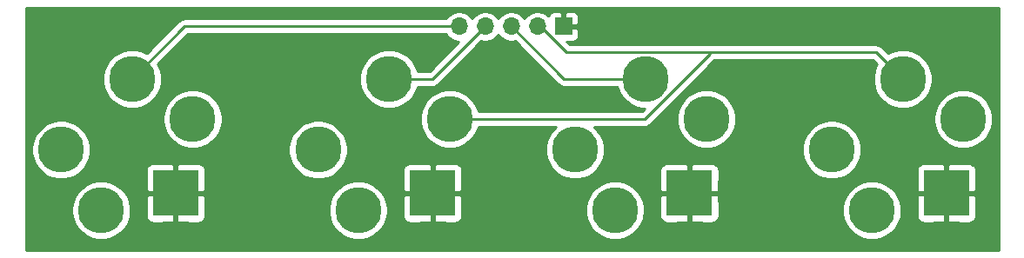
<source format=gbr>
G04 #@! TF.GenerationSoftware,KiCad,Pcbnew,5.1.6-c6e7f7d~87~ubuntu20.04.1*
G04 #@! TF.CreationDate,2020-10-18T21:18:21-04:00*
G04 #@! TF.ProjectId,jackboard4,6a61636b-626f-4617-9264-342e6b696361,rev?*
G04 #@! TF.SameCoordinates,Original*
G04 #@! TF.FileFunction,Copper,L1,Top*
G04 #@! TF.FilePolarity,Positive*
%FSLAX46Y46*%
G04 Gerber Fmt 4.6, Leading zero omitted, Abs format (unit mm)*
G04 Created by KiCad (PCBNEW 5.1.6-c6e7f7d~87~ubuntu20.04.1) date 2020-10-18 21:18:21*
%MOMM*%
%LPD*%
G01*
G04 APERTURE LIST*
G04 #@! TA.AperFunction,ComponentPad*
%ADD10C,4.500001*%
G04 #@! TD*
G04 #@! TA.AperFunction,ComponentPad*
%ADD11C,4.500000*%
G04 #@! TD*
G04 #@! TA.AperFunction,ComponentPad*
%ADD12R,4.500001X4.500001*%
G04 #@! TD*
G04 #@! TA.AperFunction,ComponentPad*
%ADD13O,1.700000X1.700000*%
G04 #@! TD*
G04 #@! TA.AperFunction,ComponentPad*
%ADD14R,1.700000X1.700000*%
G04 #@! TD*
G04 #@! TA.AperFunction,Conductor*
%ADD15C,0.250000*%
G04 #@! TD*
G04 #@! TA.AperFunction,Conductor*
%ADD16C,0.254000*%
G04 #@! TD*
G04 APERTURE END LIST*
D10*
X215010000Y-201410000D03*
D11*
X223910000Y-192510000D03*
D10*
X211110000Y-195510000D03*
D12*
X222250000Y-199750000D03*
D11*
X218010000Y-188610000D03*
D10*
X240010000Y-201410000D03*
D11*
X248910000Y-192510000D03*
D10*
X236110000Y-195510000D03*
D12*
X247250000Y-199750000D03*
D11*
X243010000Y-188610000D03*
D10*
X190010000Y-201410000D03*
D11*
X198910000Y-192510000D03*
D10*
X186110000Y-195510000D03*
D12*
X197250000Y-199750000D03*
D11*
X193010000Y-188610000D03*
D10*
X165010000Y-201410000D03*
D11*
X173910000Y-192510000D03*
D10*
X161110000Y-195510000D03*
D12*
X172250000Y-199750000D03*
D11*
X168010000Y-188610000D03*
D13*
X199840000Y-183500000D03*
X202380000Y-183500000D03*
X204920000Y-183500000D03*
X207460000Y-183500000D03*
D14*
X210000000Y-183500000D03*
D15*
X210030000Y-188610000D02*
X204920000Y-183500000D01*
X218010000Y-188610000D02*
X210030000Y-188610000D01*
X173120000Y-183500000D02*
X199840000Y-183500000D01*
X168010000Y-188610000D02*
X173120000Y-183500000D01*
X207750000Y-183500000D02*
X207460000Y-183500000D01*
X210284999Y-186034999D02*
X207750000Y-183500000D01*
X243010000Y-188610000D02*
X240434999Y-186034999D01*
X240434999Y-186034999D02*
X224284999Y-186034999D01*
X198910000Y-192510000D02*
X217921002Y-192510000D01*
X224284999Y-186146003D02*
X224284999Y-186034999D01*
X224284999Y-186034999D02*
X210284999Y-186034999D01*
X217921002Y-192510000D02*
X224284999Y-186146003D01*
X197270000Y-188610000D02*
X202380000Y-183500000D01*
X193010000Y-188610000D02*
X197270000Y-188610000D01*
D16*
G36*
X252340001Y-205340000D02*
G01*
X157660000Y-205340000D01*
X157660000Y-201125852D01*
X162125000Y-201125852D01*
X162125000Y-201694148D01*
X162235869Y-202251523D01*
X162453346Y-202776560D01*
X162769074Y-203249080D01*
X163170920Y-203650926D01*
X163643440Y-203966654D01*
X164168477Y-204184131D01*
X164725852Y-204295000D01*
X165294148Y-204295000D01*
X165851523Y-204184131D01*
X166376560Y-203966654D01*
X166849080Y-203650926D01*
X167250926Y-203249080D01*
X167566654Y-202776560D01*
X167784131Y-202251523D01*
X167834162Y-202000000D01*
X169361928Y-202000000D01*
X169374188Y-202124482D01*
X169410498Y-202244180D01*
X169469463Y-202354494D01*
X169548815Y-202451185D01*
X169645506Y-202530537D01*
X169755820Y-202589502D01*
X169875518Y-202625812D01*
X170000000Y-202638072D01*
X171964250Y-202635000D01*
X172123000Y-202476250D01*
X172123000Y-199877000D01*
X172377000Y-199877000D01*
X172377000Y-202476250D01*
X172535750Y-202635000D01*
X174500000Y-202638072D01*
X174624482Y-202625812D01*
X174744180Y-202589502D01*
X174854494Y-202530537D01*
X174951185Y-202451185D01*
X175030537Y-202354494D01*
X175089502Y-202244180D01*
X175125812Y-202124482D01*
X175138072Y-202000000D01*
X175136705Y-201125852D01*
X187125000Y-201125852D01*
X187125000Y-201694148D01*
X187235869Y-202251523D01*
X187453346Y-202776560D01*
X187769074Y-203249080D01*
X188170920Y-203650926D01*
X188643440Y-203966654D01*
X189168477Y-204184131D01*
X189725852Y-204295000D01*
X190294148Y-204295000D01*
X190851523Y-204184131D01*
X191376560Y-203966654D01*
X191849080Y-203650926D01*
X192250926Y-203249080D01*
X192566654Y-202776560D01*
X192784131Y-202251523D01*
X192834162Y-202000000D01*
X194361928Y-202000000D01*
X194374188Y-202124482D01*
X194410498Y-202244180D01*
X194469463Y-202354494D01*
X194548815Y-202451185D01*
X194645506Y-202530537D01*
X194755820Y-202589502D01*
X194875518Y-202625812D01*
X195000000Y-202638072D01*
X196964250Y-202635000D01*
X197123000Y-202476250D01*
X197123000Y-199877000D01*
X197377000Y-199877000D01*
X197377000Y-202476250D01*
X197535750Y-202635000D01*
X199500000Y-202638072D01*
X199624482Y-202625812D01*
X199744180Y-202589502D01*
X199854494Y-202530537D01*
X199951185Y-202451185D01*
X200030537Y-202354494D01*
X200089502Y-202244180D01*
X200125812Y-202124482D01*
X200138072Y-202000000D01*
X200136705Y-201125852D01*
X212125000Y-201125852D01*
X212125000Y-201694148D01*
X212235869Y-202251523D01*
X212453346Y-202776560D01*
X212769074Y-203249080D01*
X213170920Y-203650926D01*
X213643440Y-203966654D01*
X214168477Y-204184131D01*
X214725852Y-204295000D01*
X215294148Y-204295000D01*
X215851523Y-204184131D01*
X216376560Y-203966654D01*
X216849080Y-203650926D01*
X217250926Y-203249080D01*
X217566654Y-202776560D01*
X217784131Y-202251523D01*
X217834162Y-202000000D01*
X219361928Y-202000000D01*
X219374188Y-202124482D01*
X219410498Y-202244180D01*
X219469463Y-202354494D01*
X219548815Y-202451185D01*
X219645506Y-202530537D01*
X219755820Y-202589502D01*
X219875518Y-202625812D01*
X220000000Y-202638072D01*
X221964250Y-202635000D01*
X222123000Y-202476250D01*
X222123000Y-199877000D01*
X222377000Y-199877000D01*
X222377000Y-202476250D01*
X222535750Y-202635000D01*
X224500000Y-202638072D01*
X224624482Y-202625812D01*
X224744180Y-202589502D01*
X224854494Y-202530537D01*
X224951185Y-202451185D01*
X225030537Y-202354494D01*
X225089502Y-202244180D01*
X225125812Y-202124482D01*
X225138072Y-202000000D01*
X225136705Y-201125852D01*
X237125000Y-201125852D01*
X237125000Y-201694148D01*
X237235869Y-202251523D01*
X237453346Y-202776560D01*
X237769074Y-203249080D01*
X238170920Y-203650926D01*
X238643440Y-203966654D01*
X239168477Y-204184131D01*
X239725852Y-204295000D01*
X240294148Y-204295000D01*
X240851523Y-204184131D01*
X241376560Y-203966654D01*
X241849080Y-203650926D01*
X242250926Y-203249080D01*
X242566654Y-202776560D01*
X242784131Y-202251523D01*
X242834162Y-202000000D01*
X244361928Y-202000000D01*
X244374188Y-202124482D01*
X244410498Y-202244180D01*
X244469463Y-202354494D01*
X244548815Y-202451185D01*
X244645506Y-202530537D01*
X244755820Y-202589502D01*
X244875518Y-202625812D01*
X245000000Y-202638072D01*
X246964250Y-202635000D01*
X247123000Y-202476250D01*
X247123000Y-199877000D01*
X247377000Y-199877000D01*
X247377000Y-202476250D01*
X247535750Y-202635000D01*
X249500000Y-202638072D01*
X249624482Y-202625812D01*
X249744180Y-202589502D01*
X249854494Y-202530537D01*
X249951185Y-202451185D01*
X250030537Y-202354494D01*
X250089502Y-202244180D01*
X250125812Y-202124482D01*
X250138072Y-202000000D01*
X250135000Y-200035750D01*
X249976250Y-199877000D01*
X247377000Y-199877000D01*
X247123000Y-199877000D01*
X244523750Y-199877000D01*
X244365000Y-200035750D01*
X244361928Y-202000000D01*
X242834162Y-202000000D01*
X242895000Y-201694148D01*
X242895000Y-201125852D01*
X242784131Y-200568477D01*
X242566654Y-200043440D01*
X242250926Y-199570920D01*
X241849080Y-199169074D01*
X241376560Y-198853346D01*
X240851523Y-198635869D01*
X240294148Y-198525000D01*
X239725852Y-198525000D01*
X239168477Y-198635869D01*
X238643440Y-198853346D01*
X238170920Y-199169074D01*
X237769074Y-199570920D01*
X237453346Y-200043440D01*
X237235869Y-200568477D01*
X237125000Y-201125852D01*
X225136705Y-201125852D01*
X225135000Y-200035750D01*
X224976250Y-199877000D01*
X222377000Y-199877000D01*
X222123000Y-199877000D01*
X219523750Y-199877000D01*
X219365000Y-200035750D01*
X219361928Y-202000000D01*
X217834162Y-202000000D01*
X217895000Y-201694148D01*
X217895000Y-201125852D01*
X217784131Y-200568477D01*
X217566654Y-200043440D01*
X217250926Y-199570920D01*
X216849080Y-199169074D01*
X216376560Y-198853346D01*
X215851523Y-198635869D01*
X215294148Y-198525000D01*
X214725852Y-198525000D01*
X214168477Y-198635869D01*
X213643440Y-198853346D01*
X213170920Y-199169074D01*
X212769074Y-199570920D01*
X212453346Y-200043440D01*
X212235869Y-200568477D01*
X212125000Y-201125852D01*
X200136705Y-201125852D01*
X200135000Y-200035750D01*
X199976250Y-199877000D01*
X197377000Y-199877000D01*
X197123000Y-199877000D01*
X194523750Y-199877000D01*
X194365000Y-200035750D01*
X194361928Y-202000000D01*
X192834162Y-202000000D01*
X192895000Y-201694148D01*
X192895000Y-201125852D01*
X192784131Y-200568477D01*
X192566654Y-200043440D01*
X192250926Y-199570920D01*
X191849080Y-199169074D01*
X191376560Y-198853346D01*
X190851523Y-198635869D01*
X190294148Y-198525000D01*
X189725852Y-198525000D01*
X189168477Y-198635869D01*
X188643440Y-198853346D01*
X188170920Y-199169074D01*
X187769074Y-199570920D01*
X187453346Y-200043440D01*
X187235869Y-200568477D01*
X187125000Y-201125852D01*
X175136705Y-201125852D01*
X175135000Y-200035750D01*
X174976250Y-199877000D01*
X172377000Y-199877000D01*
X172123000Y-199877000D01*
X169523750Y-199877000D01*
X169365000Y-200035750D01*
X169361928Y-202000000D01*
X167834162Y-202000000D01*
X167895000Y-201694148D01*
X167895000Y-201125852D01*
X167784131Y-200568477D01*
X167566654Y-200043440D01*
X167250926Y-199570920D01*
X166849080Y-199169074D01*
X166376560Y-198853346D01*
X165851523Y-198635869D01*
X165294148Y-198525000D01*
X164725852Y-198525000D01*
X164168477Y-198635869D01*
X163643440Y-198853346D01*
X163170920Y-199169074D01*
X162769074Y-199570920D01*
X162453346Y-200043440D01*
X162235869Y-200568477D01*
X162125000Y-201125852D01*
X157660000Y-201125852D01*
X157660000Y-195225852D01*
X158225000Y-195225852D01*
X158225000Y-195794148D01*
X158335869Y-196351523D01*
X158553346Y-196876560D01*
X158869074Y-197349080D01*
X159270920Y-197750926D01*
X159743440Y-198066654D01*
X160268477Y-198284131D01*
X160825852Y-198395000D01*
X161394148Y-198395000D01*
X161951523Y-198284131D01*
X162476560Y-198066654D01*
X162949080Y-197750926D01*
X163200006Y-197500000D01*
X169361928Y-197500000D01*
X169365000Y-199464250D01*
X169523750Y-199623000D01*
X172123000Y-199623000D01*
X172123000Y-197023750D01*
X172377000Y-197023750D01*
X172377000Y-199623000D01*
X174976250Y-199623000D01*
X175135000Y-199464250D01*
X175138072Y-197500000D01*
X175125812Y-197375518D01*
X175089502Y-197255820D01*
X175030537Y-197145506D01*
X174951185Y-197048815D01*
X174854494Y-196969463D01*
X174744180Y-196910498D01*
X174624482Y-196874188D01*
X174500000Y-196861928D01*
X172535750Y-196865000D01*
X172377000Y-197023750D01*
X172123000Y-197023750D01*
X171964250Y-196865000D01*
X170000000Y-196861928D01*
X169875518Y-196874188D01*
X169755820Y-196910498D01*
X169645506Y-196969463D01*
X169548815Y-197048815D01*
X169469463Y-197145506D01*
X169410498Y-197255820D01*
X169374188Y-197375518D01*
X169361928Y-197500000D01*
X163200006Y-197500000D01*
X163350926Y-197349080D01*
X163666654Y-196876560D01*
X163884131Y-196351523D01*
X163995000Y-195794148D01*
X163995000Y-195225852D01*
X163884131Y-194668477D01*
X163666654Y-194143440D01*
X163350926Y-193670920D01*
X162949080Y-193269074D01*
X162476560Y-192953346D01*
X161951523Y-192735869D01*
X161394148Y-192625000D01*
X160825852Y-192625000D01*
X160268477Y-192735869D01*
X159743440Y-192953346D01*
X159270920Y-193269074D01*
X158869074Y-193670920D01*
X158553346Y-194143440D01*
X158335869Y-194668477D01*
X158225000Y-195225852D01*
X157660000Y-195225852D01*
X157660000Y-192225852D01*
X171025000Y-192225852D01*
X171025000Y-192794148D01*
X171135869Y-193351523D01*
X171353346Y-193876560D01*
X171669074Y-194349080D01*
X172070920Y-194750926D01*
X172543440Y-195066654D01*
X173068477Y-195284131D01*
X173625852Y-195395000D01*
X174194148Y-195395000D01*
X174751523Y-195284131D01*
X174892221Y-195225852D01*
X183225000Y-195225852D01*
X183225000Y-195794148D01*
X183335869Y-196351523D01*
X183553346Y-196876560D01*
X183869074Y-197349080D01*
X184270920Y-197750926D01*
X184743440Y-198066654D01*
X185268477Y-198284131D01*
X185825852Y-198395000D01*
X186394148Y-198395000D01*
X186951523Y-198284131D01*
X187476560Y-198066654D01*
X187949080Y-197750926D01*
X188200006Y-197500000D01*
X194361928Y-197500000D01*
X194365000Y-199464250D01*
X194523750Y-199623000D01*
X197123000Y-199623000D01*
X197123000Y-197023750D01*
X197377000Y-197023750D01*
X197377000Y-199623000D01*
X199976250Y-199623000D01*
X200135000Y-199464250D01*
X200138072Y-197500000D01*
X200125812Y-197375518D01*
X200089502Y-197255820D01*
X200030537Y-197145506D01*
X199951185Y-197048815D01*
X199854494Y-196969463D01*
X199744180Y-196910498D01*
X199624482Y-196874188D01*
X199500000Y-196861928D01*
X197535750Y-196865000D01*
X197377000Y-197023750D01*
X197123000Y-197023750D01*
X196964250Y-196865000D01*
X195000000Y-196861928D01*
X194875518Y-196874188D01*
X194755820Y-196910498D01*
X194645506Y-196969463D01*
X194548815Y-197048815D01*
X194469463Y-197145506D01*
X194410498Y-197255820D01*
X194374188Y-197375518D01*
X194361928Y-197500000D01*
X188200006Y-197500000D01*
X188350926Y-197349080D01*
X188666654Y-196876560D01*
X188884131Y-196351523D01*
X188995000Y-195794148D01*
X188995000Y-195225852D01*
X188884131Y-194668477D01*
X188666654Y-194143440D01*
X188350926Y-193670920D01*
X187949080Y-193269074D01*
X187476560Y-192953346D01*
X186951523Y-192735869D01*
X186394148Y-192625000D01*
X185825852Y-192625000D01*
X185268477Y-192735869D01*
X184743440Y-192953346D01*
X184270920Y-193269074D01*
X183869074Y-193670920D01*
X183553346Y-194143440D01*
X183335869Y-194668477D01*
X183225000Y-195225852D01*
X174892221Y-195225852D01*
X175276560Y-195066654D01*
X175749080Y-194750926D01*
X176150926Y-194349080D01*
X176466654Y-193876560D01*
X176684131Y-193351523D01*
X176795000Y-192794148D01*
X176795000Y-192225852D01*
X176684131Y-191668477D01*
X176466654Y-191143440D01*
X176150926Y-190670920D01*
X175749080Y-190269074D01*
X175276560Y-189953346D01*
X174751523Y-189735869D01*
X174194148Y-189625000D01*
X173625852Y-189625000D01*
X173068477Y-189735869D01*
X172543440Y-189953346D01*
X172070920Y-190269074D01*
X171669074Y-190670920D01*
X171353346Y-191143440D01*
X171135869Y-191668477D01*
X171025000Y-192225852D01*
X157660000Y-192225852D01*
X157660000Y-188325852D01*
X165125000Y-188325852D01*
X165125000Y-188894148D01*
X165235869Y-189451523D01*
X165453346Y-189976560D01*
X165769074Y-190449080D01*
X166170920Y-190850926D01*
X166643440Y-191166654D01*
X167168477Y-191384131D01*
X167725852Y-191495000D01*
X168294148Y-191495000D01*
X168851523Y-191384131D01*
X169376560Y-191166654D01*
X169849080Y-190850926D01*
X170250926Y-190449080D01*
X170566654Y-189976560D01*
X170784131Y-189451523D01*
X170895000Y-188894148D01*
X170895000Y-188325852D01*
X170784131Y-187768477D01*
X170566654Y-187243440D01*
X170520474Y-187174327D01*
X173434802Y-184260000D01*
X198561822Y-184260000D01*
X198686525Y-184446632D01*
X198893368Y-184653475D01*
X199136589Y-184815990D01*
X199406842Y-184927932D01*
X199693740Y-184985000D01*
X199820198Y-184985000D01*
X196955199Y-187850000D01*
X195800347Y-187850000D01*
X195784131Y-187768477D01*
X195566654Y-187243440D01*
X195250926Y-186770920D01*
X194849080Y-186369074D01*
X194376560Y-186053346D01*
X193851523Y-185835869D01*
X193294148Y-185725000D01*
X192725852Y-185725000D01*
X192168477Y-185835869D01*
X191643440Y-186053346D01*
X191170920Y-186369074D01*
X190769074Y-186770920D01*
X190453346Y-187243440D01*
X190235869Y-187768477D01*
X190125000Y-188325852D01*
X190125000Y-188894148D01*
X190235869Y-189451523D01*
X190453346Y-189976560D01*
X190769074Y-190449080D01*
X191170920Y-190850926D01*
X191643440Y-191166654D01*
X192168477Y-191384131D01*
X192725852Y-191495000D01*
X193294148Y-191495000D01*
X193851523Y-191384131D01*
X194376560Y-191166654D01*
X194849080Y-190850926D01*
X195250926Y-190449080D01*
X195566654Y-189976560D01*
X195784131Y-189451523D01*
X195800347Y-189370000D01*
X197232678Y-189370000D01*
X197270000Y-189373676D01*
X197307322Y-189370000D01*
X197307333Y-189370000D01*
X197418986Y-189359003D01*
X197562247Y-189315546D01*
X197694276Y-189244974D01*
X197810001Y-189150001D01*
X197833804Y-189120997D01*
X202013592Y-184941210D01*
X202233740Y-184985000D01*
X202526260Y-184985000D01*
X202813158Y-184927932D01*
X203083411Y-184815990D01*
X203326632Y-184653475D01*
X203533475Y-184446632D01*
X203650000Y-184272240D01*
X203766525Y-184446632D01*
X203973368Y-184653475D01*
X204216589Y-184815990D01*
X204486842Y-184927932D01*
X204773740Y-184985000D01*
X205066260Y-184985000D01*
X205286408Y-184941209D01*
X209466201Y-189121003D01*
X209489999Y-189150001D01*
X209605724Y-189244974D01*
X209737753Y-189315546D01*
X209881014Y-189359003D01*
X209992667Y-189370000D01*
X209992676Y-189370000D01*
X210029999Y-189373676D01*
X210067322Y-189370000D01*
X215219653Y-189370000D01*
X215235869Y-189451523D01*
X215453346Y-189976560D01*
X215769074Y-190449080D01*
X216170920Y-190850926D01*
X216643440Y-191166654D01*
X217168477Y-191384131D01*
X217725852Y-191495000D01*
X217861201Y-191495000D01*
X217606201Y-191750000D01*
X201700347Y-191750000D01*
X201684131Y-191668477D01*
X201466654Y-191143440D01*
X201150926Y-190670920D01*
X200749080Y-190269074D01*
X200276560Y-189953346D01*
X199751523Y-189735869D01*
X199194148Y-189625000D01*
X198625852Y-189625000D01*
X198068477Y-189735869D01*
X197543440Y-189953346D01*
X197070920Y-190269074D01*
X196669074Y-190670920D01*
X196353346Y-191143440D01*
X196135869Y-191668477D01*
X196025000Y-192225852D01*
X196025000Y-192794148D01*
X196135869Y-193351523D01*
X196353346Y-193876560D01*
X196669074Y-194349080D01*
X197070920Y-194750926D01*
X197543440Y-195066654D01*
X198068477Y-195284131D01*
X198625852Y-195395000D01*
X199194148Y-195395000D01*
X199751523Y-195284131D01*
X200276560Y-195066654D01*
X200749080Y-194750926D01*
X201150926Y-194349080D01*
X201466654Y-193876560D01*
X201684131Y-193351523D01*
X201700347Y-193270000D01*
X209269994Y-193270000D01*
X208869074Y-193670920D01*
X208553346Y-194143440D01*
X208335869Y-194668477D01*
X208225000Y-195225852D01*
X208225000Y-195794148D01*
X208335869Y-196351523D01*
X208553346Y-196876560D01*
X208869074Y-197349080D01*
X209270920Y-197750926D01*
X209743440Y-198066654D01*
X210268477Y-198284131D01*
X210825852Y-198395000D01*
X211394148Y-198395000D01*
X211951523Y-198284131D01*
X212476560Y-198066654D01*
X212949080Y-197750926D01*
X213200006Y-197500000D01*
X219361928Y-197500000D01*
X219365000Y-199464250D01*
X219523750Y-199623000D01*
X222123000Y-199623000D01*
X222123000Y-197023750D01*
X222377000Y-197023750D01*
X222377000Y-199623000D01*
X224976250Y-199623000D01*
X225135000Y-199464250D01*
X225138072Y-197500000D01*
X225125812Y-197375518D01*
X225089502Y-197255820D01*
X225030537Y-197145506D01*
X224951185Y-197048815D01*
X224854494Y-196969463D01*
X224744180Y-196910498D01*
X224624482Y-196874188D01*
X224500000Y-196861928D01*
X222535750Y-196865000D01*
X222377000Y-197023750D01*
X222123000Y-197023750D01*
X221964250Y-196865000D01*
X220000000Y-196861928D01*
X219875518Y-196874188D01*
X219755820Y-196910498D01*
X219645506Y-196969463D01*
X219548815Y-197048815D01*
X219469463Y-197145506D01*
X219410498Y-197255820D01*
X219374188Y-197375518D01*
X219361928Y-197500000D01*
X213200006Y-197500000D01*
X213350926Y-197349080D01*
X213666654Y-196876560D01*
X213884131Y-196351523D01*
X213995000Y-195794148D01*
X213995000Y-195225852D01*
X213884131Y-194668477D01*
X213666654Y-194143440D01*
X213350926Y-193670920D01*
X212950006Y-193270000D01*
X217883680Y-193270000D01*
X217921002Y-193273676D01*
X217958324Y-193270000D01*
X217958335Y-193270000D01*
X218069988Y-193259003D01*
X218213249Y-193215546D01*
X218345278Y-193144974D01*
X218461003Y-193050001D01*
X218484806Y-193020997D01*
X219279951Y-192225852D01*
X221025000Y-192225852D01*
X221025000Y-192794148D01*
X221135869Y-193351523D01*
X221353346Y-193876560D01*
X221669074Y-194349080D01*
X222070920Y-194750926D01*
X222543440Y-195066654D01*
X223068477Y-195284131D01*
X223625852Y-195395000D01*
X224194148Y-195395000D01*
X224751523Y-195284131D01*
X224892221Y-195225852D01*
X233225000Y-195225852D01*
X233225000Y-195794148D01*
X233335869Y-196351523D01*
X233553346Y-196876560D01*
X233869074Y-197349080D01*
X234270920Y-197750926D01*
X234743440Y-198066654D01*
X235268477Y-198284131D01*
X235825852Y-198395000D01*
X236394148Y-198395000D01*
X236951523Y-198284131D01*
X237476560Y-198066654D01*
X237949080Y-197750926D01*
X238200006Y-197500000D01*
X244361928Y-197500000D01*
X244365000Y-199464250D01*
X244523750Y-199623000D01*
X247123000Y-199623000D01*
X247123000Y-197023750D01*
X247377000Y-197023750D01*
X247377000Y-199623000D01*
X249976250Y-199623000D01*
X250135000Y-199464250D01*
X250138072Y-197500000D01*
X250125812Y-197375518D01*
X250089502Y-197255820D01*
X250030537Y-197145506D01*
X249951185Y-197048815D01*
X249854494Y-196969463D01*
X249744180Y-196910498D01*
X249624482Y-196874188D01*
X249500000Y-196861928D01*
X247535750Y-196865000D01*
X247377000Y-197023750D01*
X247123000Y-197023750D01*
X246964250Y-196865000D01*
X245000000Y-196861928D01*
X244875518Y-196874188D01*
X244755820Y-196910498D01*
X244645506Y-196969463D01*
X244548815Y-197048815D01*
X244469463Y-197145506D01*
X244410498Y-197255820D01*
X244374188Y-197375518D01*
X244361928Y-197500000D01*
X238200006Y-197500000D01*
X238350926Y-197349080D01*
X238666654Y-196876560D01*
X238884131Y-196351523D01*
X238995000Y-195794148D01*
X238995000Y-195225852D01*
X238884131Y-194668477D01*
X238666654Y-194143440D01*
X238350926Y-193670920D01*
X237949080Y-193269074D01*
X237476560Y-192953346D01*
X236951523Y-192735869D01*
X236394148Y-192625000D01*
X235825852Y-192625000D01*
X235268477Y-192735869D01*
X234743440Y-192953346D01*
X234270920Y-193269074D01*
X233869074Y-193670920D01*
X233553346Y-194143440D01*
X233335869Y-194668477D01*
X233225000Y-195225852D01*
X224892221Y-195225852D01*
X225276560Y-195066654D01*
X225749080Y-194750926D01*
X226150926Y-194349080D01*
X226466654Y-193876560D01*
X226684131Y-193351523D01*
X226795000Y-192794148D01*
X226795000Y-192225852D01*
X246025000Y-192225852D01*
X246025000Y-192794148D01*
X246135869Y-193351523D01*
X246353346Y-193876560D01*
X246669074Y-194349080D01*
X247070920Y-194750926D01*
X247543440Y-195066654D01*
X248068477Y-195284131D01*
X248625852Y-195395000D01*
X249194148Y-195395000D01*
X249751523Y-195284131D01*
X250276560Y-195066654D01*
X250749080Y-194750926D01*
X251150926Y-194349080D01*
X251466654Y-193876560D01*
X251684131Y-193351523D01*
X251795000Y-192794148D01*
X251795000Y-192225852D01*
X251684131Y-191668477D01*
X251466654Y-191143440D01*
X251150926Y-190670920D01*
X250749080Y-190269074D01*
X250276560Y-189953346D01*
X249751523Y-189735869D01*
X249194148Y-189625000D01*
X248625852Y-189625000D01*
X248068477Y-189735869D01*
X247543440Y-189953346D01*
X247070920Y-190269074D01*
X246669074Y-190670920D01*
X246353346Y-191143440D01*
X246135869Y-191668477D01*
X246025000Y-192225852D01*
X226795000Y-192225852D01*
X226684131Y-191668477D01*
X226466654Y-191143440D01*
X226150926Y-190670920D01*
X225749080Y-190269074D01*
X225276560Y-189953346D01*
X224751523Y-189735869D01*
X224194148Y-189625000D01*
X223625852Y-189625000D01*
X223068477Y-189735869D01*
X222543440Y-189953346D01*
X222070920Y-190269074D01*
X221669074Y-190670920D01*
X221353346Y-191143440D01*
X221135869Y-191668477D01*
X221025000Y-192225852D01*
X219279951Y-192225852D01*
X224710805Y-186794999D01*
X240120198Y-186794999D01*
X240499526Y-187174327D01*
X240453346Y-187243440D01*
X240235869Y-187768477D01*
X240125000Y-188325852D01*
X240125000Y-188894148D01*
X240235869Y-189451523D01*
X240453346Y-189976560D01*
X240769074Y-190449080D01*
X241170920Y-190850926D01*
X241643440Y-191166654D01*
X242168477Y-191384131D01*
X242725852Y-191495000D01*
X243294148Y-191495000D01*
X243851523Y-191384131D01*
X244376560Y-191166654D01*
X244849080Y-190850926D01*
X245250926Y-190449080D01*
X245566654Y-189976560D01*
X245784131Y-189451523D01*
X245895000Y-188894148D01*
X245895000Y-188325852D01*
X245784131Y-187768477D01*
X245566654Y-187243440D01*
X245250926Y-186770920D01*
X244849080Y-186369074D01*
X244376560Y-186053346D01*
X243851523Y-185835869D01*
X243294148Y-185725000D01*
X242725852Y-185725000D01*
X242168477Y-185835869D01*
X241643440Y-186053346D01*
X241574327Y-186099526D01*
X240998803Y-185524002D01*
X240975000Y-185494998D01*
X240859275Y-185400025D01*
X240727246Y-185329453D01*
X240583985Y-185285996D01*
X240472332Y-185274999D01*
X240472321Y-185274999D01*
X240434999Y-185271323D01*
X240397677Y-185274999D01*
X224322332Y-185274999D01*
X224284999Y-185271322D01*
X224247666Y-185274999D01*
X210599801Y-185274999D01*
X210309933Y-184985132D01*
X210850000Y-184988072D01*
X210974482Y-184975812D01*
X211094180Y-184939502D01*
X211204494Y-184880537D01*
X211301185Y-184801185D01*
X211380537Y-184704494D01*
X211439502Y-184594180D01*
X211475812Y-184474482D01*
X211488072Y-184350000D01*
X211485000Y-183785750D01*
X211326250Y-183627000D01*
X210127000Y-183627000D01*
X210127000Y-183647000D01*
X209873000Y-183647000D01*
X209873000Y-183627000D01*
X209853000Y-183627000D01*
X209853000Y-183373000D01*
X209873000Y-183373000D01*
X209873000Y-182173750D01*
X210127000Y-182173750D01*
X210127000Y-183373000D01*
X211326250Y-183373000D01*
X211485000Y-183214250D01*
X211488072Y-182650000D01*
X211475812Y-182525518D01*
X211439502Y-182405820D01*
X211380537Y-182295506D01*
X211301185Y-182198815D01*
X211204494Y-182119463D01*
X211094180Y-182060498D01*
X210974482Y-182024188D01*
X210850000Y-182011928D01*
X210285750Y-182015000D01*
X210127000Y-182173750D01*
X209873000Y-182173750D01*
X209714250Y-182015000D01*
X209150000Y-182011928D01*
X209025518Y-182024188D01*
X208905820Y-182060498D01*
X208795506Y-182119463D01*
X208698815Y-182198815D01*
X208619463Y-182295506D01*
X208560498Y-182405820D01*
X208538487Y-182478380D01*
X208406632Y-182346525D01*
X208163411Y-182184010D01*
X207893158Y-182072068D01*
X207606260Y-182015000D01*
X207313740Y-182015000D01*
X207026842Y-182072068D01*
X206756589Y-182184010D01*
X206513368Y-182346525D01*
X206306525Y-182553368D01*
X206190000Y-182727760D01*
X206073475Y-182553368D01*
X205866632Y-182346525D01*
X205623411Y-182184010D01*
X205353158Y-182072068D01*
X205066260Y-182015000D01*
X204773740Y-182015000D01*
X204486842Y-182072068D01*
X204216589Y-182184010D01*
X203973368Y-182346525D01*
X203766525Y-182553368D01*
X203650000Y-182727760D01*
X203533475Y-182553368D01*
X203326632Y-182346525D01*
X203083411Y-182184010D01*
X202813158Y-182072068D01*
X202526260Y-182015000D01*
X202233740Y-182015000D01*
X201946842Y-182072068D01*
X201676589Y-182184010D01*
X201433368Y-182346525D01*
X201226525Y-182553368D01*
X201110000Y-182727760D01*
X200993475Y-182553368D01*
X200786632Y-182346525D01*
X200543411Y-182184010D01*
X200273158Y-182072068D01*
X199986260Y-182015000D01*
X199693740Y-182015000D01*
X199406842Y-182072068D01*
X199136589Y-182184010D01*
X198893368Y-182346525D01*
X198686525Y-182553368D01*
X198561822Y-182740000D01*
X173157322Y-182740000D01*
X173119999Y-182736324D01*
X173082676Y-182740000D01*
X173082667Y-182740000D01*
X172971014Y-182750997D01*
X172827753Y-182794454D01*
X172695724Y-182865026D01*
X172579999Y-182959999D01*
X172556201Y-182988997D01*
X169445673Y-186099526D01*
X169376560Y-186053346D01*
X168851523Y-185835869D01*
X168294148Y-185725000D01*
X167725852Y-185725000D01*
X167168477Y-185835869D01*
X166643440Y-186053346D01*
X166170920Y-186369074D01*
X165769074Y-186770920D01*
X165453346Y-187243440D01*
X165235869Y-187768477D01*
X165125000Y-188325852D01*
X157660000Y-188325852D01*
X157660000Y-181660000D01*
X252340000Y-181660000D01*
X252340001Y-205340000D01*
G37*
X252340001Y-205340000D02*
X157660000Y-205340000D01*
X157660000Y-201125852D01*
X162125000Y-201125852D01*
X162125000Y-201694148D01*
X162235869Y-202251523D01*
X162453346Y-202776560D01*
X162769074Y-203249080D01*
X163170920Y-203650926D01*
X163643440Y-203966654D01*
X164168477Y-204184131D01*
X164725852Y-204295000D01*
X165294148Y-204295000D01*
X165851523Y-204184131D01*
X166376560Y-203966654D01*
X166849080Y-203650926D01*
X167250926Y-203249080D01*
X167566654Y-202776560D01*
X167784131Y-202251523D01*
X167834162Y-202000000D01*
X169361928Y-202000000D01*
X169374188Y-202124482D01*
X169410498Y-202244180D01*
X169469463Y-202354494D01*
X169548815Y-202451185D01*
X169645506Y-202530537D01*
X169755820Y-202589502D01*
X169875518Y-202625812D01*
X170000000Y-202638072D01*
X171964250Y-202635000D01*
X172123000Y-202476250D01*
X172123000Y-199877000D01*
X172377000Y-199877000D01*
X172377000Y-202476250D01*
X172535750Y-202635000D01*
X174500000Y-202638072D01*
X174624482Y-202625812D01*
X174744180Y-202589502D01*
X174854494Y-202530537D01*
X174951185Y-202451185D01*
X175030537Y-202354494D01*
X175089502Y-202244180D01*
X175125812Y-202124482D01*
X175138072Y-202000000D01*
X175136705Y-201125852D01*
X187125000Y-201125852D01*
X187125000Y-201694148D01*
X187235869Y-202251523D01*
X187453346Y-202776560D01*
X187769074Y-203249080D01*
X188170920Y-203650926D01*
X188643440Y-203966654D01*
X189168477Y-204184131D01*
X189725852Y-204295000D01*
X190294148Y-204295000D01*
X190851523Y-204184131D01*
X191376560Y-203966654D01*
X191849080Y-203650926D01*
X192250926Y-203249080D01*
X192566654Y-202776560D01*
X192784131Y-202251523D01*
X192834162Y-202000000D01*
X194361928Y-202000000D01*
X194374188Y-202124482D01*
X194410498Y-202244180D01*
X194469463Y-202354494D01*
X194548815Y-202451185D01*
X194645506Y-202530537D01*
X194755820Y-202589502D01*
X194875518Y-202625812D01*
X195000000Y-202638072D01*
X196964250Y-202635000D01*
X197123000Y-202476250D01*
X197123000Y-199877000D01*
X197377000Y-199877000D01*
X197377000Y-202476250D01*
X197535750Y-202635000D01*
X199500000Y-202638072D01*
X199624482Y-202625812D01*
X199744180Y-202589502D01*
X199854494Y-202530537D01*
X199951185Y-202451185D01*
X200030537Y-202354494D01*
X200089502Y-202244180D01*
X200125812Y-202124482D01*
X200138072Y-202000000D01*
X200136705Y-201125852D01*
X212125000Y-201125852D01*
X212125000Y-201694148D01*
X212235869Y-202251523D01*
X212453346Y-202776560D01*
X212769074Y-203249080D01*
X213170920Y-203650926D01*
X213643440Y-203966654D01*
X214168477Y-204184131D01*
X214725852Y-204295000D01*
X215294148Y-204295000D01*
X215851523Y-204184131D01*
X216376560Y-203966654D01*
X216849080Y-203650926D01*
X217250926Y-203249080D01*
X217566654Y-202776560D01*
X217784131Y-202251523D01*
X217834162Y-202000000D01*
X219361928Y-202000000D01*
X219374188Y-202124482D01*
X219410498Y-202244180D01*
X219469463Y-202354494D01*
X219548815Y-202451185D01*
X219645506Y-202530537D01*
X219755820Y-202589502D01*
X219875518Y-202625812D01*
X220000000Y-202638072D01*
X221964250Y-202635000D01*
X222123000Y-202476250D01*
X222123000Y-199877000D01*
X222377000Y-199877000D01*
X222377000Y-202476250D01*
X222535750Y-202635000D01*
X224500000Y-202638072D01*
X224624482Y-202625812D01*
X224744180Y-202589502D01*
X224854494Y-202530537D01*
X224951185Y-202451185D01*
X225030537Y-202354494D01*
X225089502Y-202244180D01*
X225125812Y-202124482D01*
X225138072Y-202000000D01*
X225136705Y-201125852D01*
X237125000Y-201125852D01*
X237125000Y-201694148D01*
X237235869Y-202251523D01*
X237453346Y-202776560D01*
X237769074Y-203249080D01*
X238170920Y-203650926D01*
X238643440Y-203966654D01*
X239168477Y-204184131D01*
X239725852Y-204295000D01*
X240294148Y-204295000D01*
X240851523Y-204184131D01*
X241376560Y-203966654D01*
X241849080Y-203650926D01*
X242250926Y-203249080D01*
X242566654Y-202776560D01*
X242784131Y-202251523D01*
X242834162Y-202000000D01*
X244361928Y-202000000D01*
X244374188Y-202124482D01*
X244410498Y-202244180D01*
X244469463Y-202354494D01*
X244548815Y-202451185D01*
X244645506Y-202530537D01*
X244755820Y-202589502D01*
X244875518Y-202625812D01*
X245000000Y-202638072D01*
X246964250Y-202635000D01*
X247123000Y-202476250D01*
X247123000Y-199877000D01*
X247377000Y-199877000D01*
X247377000Y-202476250D01*
X247535750Y-202635000D01*
X249500000Y-202638072D01*
X249624482Y-202625812D01*
X249744180Y-202589502D01*
X249854494Y-202530537D01*
X249951185Y-202451185D01*
X250030537Y-202354494D01*
X250089502Y-202244180D01*
X250125812Y-202124482D01*
X250138072Y-202000000D01*
X250135000Y-200035750D01*
X249976250Y-199877000D01*
X247377000Y-199877000D01*
X247123000Y-199877000D01*
X244523750Y-199877000D01*
X244365000Y-200035750D01*
X244361928Y-202000000D01*
X242834162Y-202000000D01*
X242895000Y-201694148D01*
X242895000Y-201125852D01*
X242784131Y-200568477D01*
X242566654Y-200043440D01*
X242250926Y-199570920D01*
X241849080Y-199169074D01*
X241376560Y-198853346D01*
X240851523Y-198635869D01*
X240294148Y-198525000D01*
X239725852Y-198525000D01*
X239168477Y-198635869D01*
X238643440Y-198853346D01*
X238170920Y-199169074D01*
X237769074Y-199570920D01*
X237453346Y-200043440D01*
X237235869Y-200568477D01*
X237125000Y-201125852D01*
X225136705Y-201125852D01*
X225135000Y-200035750D01*
X224976250Y-199877000D01*
X222377000Y-199877000D01*
X222123000Y-199877000D01*
X219523750Y-199877000D01*
X219365000Y-200035750D01*
X219361928Y-202000000D01*
X217834162Y-202000000D01*
X217895000Y-201694148D01*
X217895000Y-201125852D01*
X217784131Y-200568477D01*
X217566654Y-200043440D01*
X217250926Y-199570920D01*
X216849080Y-199169074D01*
X216376560Y-198853346D01*
X215851523Y-198635869D01*
X215294148Y-198525000D01*
X214725852Y-198525000D01*
X214168477Y-198635869D01*
X213643440Y-198853346D01*
X213170920Y-199169074D01*
X212769074Y-199570920D01*
X212453346Y-200043440D01*
X212235869Y-200568477D01*
X212125000Y-201125852D01*
X200136705Y-201125852D01*
X200135000Y-200035750D01*
X199976250Y-199877000D01*
X197377000Y-199877000D01*
X197123000Y-199877000D01*
X194523750Y-199877000D01*
X194365000Y-200035750D01*
X194361928Y-202000000D01*
X192834162Y-202000000D01*
X192895000Y-201694148D01*
X192895000Y-201125852D01*
X192784131Y-200568477D01*
X192566654Y-200043440D01*
X192250926Y-199570920D01*
X191849080Y-199169074D01*
X191376560Y-198853346D01*
X190851523Y-198635869D01*
X190294148Y-198525000D01*
X189725852Y-198525000D01*
X189168477Y-198635869D01*
X188643440Y-198853346D01*
X188170920Y-199169074D01*
X187769074Y-199570920D01*
X187453346Y-200043440D01*
X187235869Y-200568477D01*
X187125000Y-201125852D01*
X175136705Y-201125852D01*
X175135000Y-200035750D01*
X174976250Y-199877000D01*
X172377000Y-199877000D01*
X172123000Y-199877000D01*
X169523750Y-199877000D01*
X169365000Y-200035750D01*
X169361928Y-202000000D01*
X167834162Y-202000000D01*
X167895000Y-201694148D01*
X167895000Y-201125852D01*
X167784131Y-200568477D01*
X167566654Y-200043440D01*
X167250926Y-199570920D01*
X166849080Y-199169074D01*
X166376560Y-198853346D01*
X165851523Y-198635869D01*
X165294148Y-198525000D01*
X164725852Y-198525000D01*
X164168477Y-198635869D01*
X163643440Y-198853346D01*
X163170920Y-199169074D01*
X162769074Y-199570920D01*
X162453346Y-200043440D01*
X162235869Y-200568477D01*
X162125000Y-201125852D01*
X157660000Y-201125852D01*
X157660000Y-195225852D01*
X158225000Y-195225852D01*
X158225000Y-195794148D01*
X158335869Y-196351523D01*
X158553346Y-196876560D01*
X158869074Y-197349080D01*
X159270920Y-197750926D01*
X159743440Y-198066654D01*
X160268477Y-198284131D01*
X160825852Y-198395000D01*
X161394148Y-198395000D01*
X161951523Y-198284131D01*
X162476560Y-198066654D01*
X162949080Y-197750926D01*
X163200006Y-197500000D01*
X169361928Y-197500000D01*
X169365000Y-199464250D01*
X169523750Y-199623000D01*
X172123000Y-199623000D01*
X172123000Y-197023750D01*
X172377000Y-197023750D01*
X172377000Y-199623000D01*
X174976250Y-199623000D01*
X175135000Y-199464250D01*
X175138072Y-197500000D01*
X175125812Y-197375518D01*
X175089502Y-197255820D01*
X175030537Y-197145506D01*
X174951185Y-197048815D01*
X174854494Y-196969463D01*
X174744180Y-196910498D01*
X174624482Y-196874188D01*
X174500000Y-196861928D01*
X172535750Y-196865000D01*
X172377000Y-197023750D01*
X172123000Y-197023750D01*
X171964250Y-196865000D01*
X170000000Y-196861928D01*
X169875518Y-196874188D01*
X169755820Y-196910498D01*
X169645506Y-196969463D01*
X169548815Y-197048815D01*
X169469463Y-197145506D01*
X169410498Y-197255820D01*
X169374188Y-197375518D01*
X169361928Y-197500000D01*
X163200006Y-197500000D01*
X163350926Y-197349080D01*
X163666654Y-196876560D01*
X163884131Y-196351523D01*
X163995000Y-195794148D01*
X163995000Y-195225852D01*
X163884131Y-194668477D01*
X163666654Y-194143440D01*
X163350926Y-193670920D01*
X162949080Y-193269074D01*
X162476560Y-192953346D01*
X161951523Y-192735869D01*
X161394148Y-192625000D01*
X160825852Y-192625000D01*
X160268477Y-192735869D01*
X159743440Y-192953346D01*
X159270920Y-193269074D01*
X158869074Y-193670920D01*
X158553346Y-194143440D01*
X158335869Y-194668477D01*
X158225000Y-195225852D01*
X157660000Y-195225852D01*
X157660000Y-192225852D01*
X171025000Y-192225852D01*
X171025000Y-192794148D01*
X171135869Y-193351523D01*
X171353346Y-193876560D01*
X171669074Y-194349080D01*
X172070920Y-194750926D01*
X172543440Y-195066654D01*
X173068477Y-195284131D01*
X173625852Y-195395000D01*
X174194148Y-195395000D01*
X174751523Y-195284131D01*
X174892221Y-195225852D01*
X183225000Y-195225852D01*
X183225000Y-195794148D01*
X183335869Y-196351523D01*
X183553346Y-196876560D01*
X183869074Y-197349080D01*
X184270920Y-197750926D01*
X184743440Y-198066654D01*
X185268477Y-198284131D01*
X185825852Y-198395000D01*
X186394148Y-198395000D01*
X186951523Y-198284131D01*
X187476560Y-198066654D01*
X187949080Y-197750926D01*
X188200006Y-197500000D01*
X194361928Y-197500000D01*
X194365000Y-199464250D01*
X194523750Y-199623000D01*
X197123000Y-199623000D01*
X197123000Y-197023750D01*
X197377000Y-197023750D01*
X197377000Y-199623000D01*
X199976250Y-199623000D01*
X200135000Y-199464250D01*
X200138072Y-197500000D01*
X200125812Y-197375518D01*
X200089502Y-197255820D01*
X200030537Y-197145506D01*
X199951185Y-197048815D01*
X199854494Y-196969463D01*
X199744180Y-196910498D01*
X199624482Y-196874188D01*
X199500000Y-196861928D01*
X197535750Y-196865000D01*
X197377000Y-197023750D01*
X197123000Y-197023750D01*
X196964250Y-196865000D01*
X195000000Y-196861928D01*
X194875518Y-196874188D01*
X194755820Y-196910498D01*
X194645506Y-196969463D01*
X194548815Y-197048815D01*
X194469463Y-197145506D01*
X194410498Y-197255820D01*
X194374188Y-197375518D01*
X194361928Y-197500000D01*
X188200006Y-197500000D01*
X188350926Y-197349080D01*
X188666654Y-196876560D01*
X188884131Y-196351523D01*
X188995000Y-195794148D01*
X188995000Y-195225852D01*
X188884131Y-194668477D01*
X188666654Y-194143440D01*
X188350926Y-193670920D01*
X187949080Y-193269074D01*
X187476560Y-192953346D01*
X186951523Y-192735869D01*
X186394148Y-192625000D01*
X185825852Y-192625000D01*
X185268477Y-192735869D01*
X184743440Y-192953346D01*
X184270920Y-193269074D01*
X183869074Y-193670920D01*
X183553346Y-194143440D01*
X183335869Y-194668477D01*
X183225000Y-195225852D01*
X174892221Y-195225852D01*
X175276560Y-195066654D01*
X175749080Y-194750926D01*
X176150926Y-194349080D01*
X176466654Y-193876560D01*
X176684131Y-193351523D01*
X176795000Y-192794148D01*
X176795000Y-192225852D01*
X176684131Y-191668477D01*
X176466654Y-191143440D01*
X176150926Y-190670920D01*
X175749080Y-190269074D01*
X175276560Y-189953346D01*
X174751523Y-189735869D01*
X174194148Y-189625000D01*
X173625852Y-189625000D01*
X173068477Y-189735869D01*
X172543440Y-189953346D01*
X172070920Y-190269074D01*
X171669074Y-190670920D01*
X171353346Y-191143440D01*
X171135869Y-191668477D01*
X171025000Y-192225852D01*
X157660000Y-192225852D01*
X157660000Y-188325852D01*
X165125000Y-188325852D01*
X165125000Y-188894148D01*
X165235869Y-189451523D01*
X165453346Y-189976560D01*
X165769074Y-190449080D01*
X166170920Y-190850926D01*
X166643440Y-191166654D01*
X167168477Y-191384131D01*
X167725852Y-191495000D01*
X168294148Y-191495000D01*
X168851523Y-191384131D01*
X169376560Y-191166654D01*
X169849080Y-190850926D01*
X170250926Y-190449080D01*
X170566654Y-189976560D01*
X170784131Y-189451523D01*
X170895000Y-188894148D01*
X170895000Y-188325852D01*
X170784131Y-187768477D01*
X170566654Y-187243440D01*
X170520474Y-187174327D01*
X173434802Y-184260000D01*
X198561822Y-184260000D01*
X198686525Y-184446632D01*
X198893368Y-184653475D01*
X199136589Y-184815990D01*
X199406842Y-184927932D01*
X199693740Y-184985000D01*
X199820198Y-184985000D01*
X196955199Y-187850000D01*
X195800347Y-187850000D01*
X195784131Y-187768477D01*
X195566654Y-187243440D01*
X195250926Y-186770920D01*
X194849080Y-186369074D01*
X194376560Y-186053346D01*
X193851523Y-185835869D01*
X193294148Y-185725000D01*
X192725852Y-185725000D01*
X192168477Y-185835869D01*
X191643440Y-186053346D01*
X191170920Y-186369074D01*
X190769074Y-186770920D01*
X190453346Y-187243440D01*
X190235869Y-187768477D01*
X190125000Y-188325852D01*
X190125000Y-188894148D01*
X190235869Y-189451523D01*
X190453346Y-189976560D01*
X190769074Y-190449080D01*
X191170920Y-190850926D01*
X191643440Y-191166654D01*
X192168477Y-191384131D01*
X192725852Y-191495000D01*
X193294148Y-191495000D01*
X193851523Y-191384131D01*
X194376560Y-191166654D01*
X194849080Y-190850926D01*
X195250926Y-190449080D01*
X195566654Y-189976560D01*
X195784131Y-189451523D01*
X195800347Y-189370000D01*
X197232678Y-189370000D01*
X197270000Y-189373676D01*
X197307322Y-189370000D01*
X197307333Y-189370000D01*
X197418986Y-189359003D01*
X197562247Y-189315546D01*
X197694276Y-189244974D01*
X197810001Y-189150001D01*
X197833804Y-189120997D01*
X202013592Y-184941210D01*
X202233740Y-184985000D01*
X202526260Y-184985000D01*
X202813158Y-184927932D01*
X203083411Y-184815990D01*
X203326632Y-184653475D01*
X203533475Y-184446632D01*
X203650000Y-184272240D01*
X203766525Y-184446632D01*
X203973368Y-184653475D01*
X204216589Y-184815990D01*
X204486842Y-184927932D01*
X204773740Y-184985000D01*
X205066260Y-184985000D01*
X205286408Y-184941209D01*
X209466201Y-189121003D01*
X209489999Y-189150001D01*
X209605724Y-189244974D01*
X209737753Y-189315546D01*
X209881014Y-189359003D01*
X209992667Y-189370000D01*
X209992676Y-189370000D01*
X210029999Y-189373676D01*
X210067322Y-189370000D01*
X215219653Y-189370000D01*
X215235869Y-189451523D01*
X215453346Y-189976560D01*
X215769074Y-190449080D01*
X216170920Y-190850926D01*
X216643440Y-191166654D01*
X217168477Y-191384131D01*
X217725852Y-191495000D01*
X217861201Y-191495000D01*
X217606201Y-191750000D01*
X201700347Y-191750000D01*
X201684131Y-191668477D01*
X201466654Y-191143440D01*
X201150926Y-190670920D01*
X200749080Y-190269074D01*
X200276560Y-189953346D01*
X199751523Y-189735869D01*
X199194148Y-189625000D01*
X198625852Y-189625000D01*
X198068477Y-189735869D01*
X197543440Y-189953346D01*
X197070920Y-190269074D01*
X196669074Y-190670920D01*
X196353346Y-191143440D01*
X196135869Y-191668477D01*
X196025000Y-192225852D01*
X196025000Y-192794148D01*
X196135869Y-193351523D01*
X196353346Y-193876560D01*
X196669074Y-194349080D01*
X197070920Y-194750926D01*
X197543440Y-195066654D01*
X198068477Y-195284131D01*
X198625852Y-195395000D01*
X199194148Y-195395000D01*
X199751523Y-195284131D01*
X200276560Y-195066654D01*
X200749080Y-194750926D01*
X201150926Y-194349080D01*
X201466654Y-193876560D01*
X201684131Y-193351523D01*
X201700347Y-193270000D01*
X209269994Y-193270000D01*
X208869074Y-193670920D01*
X208553346Y-194143440D01*
X208335869Y-194668477D01*
X208225000Y-195225852D01*
X208225000Y-195794148D01*
X208335869Y-196351523D01*
X208553346Y-196876560D01*
X208869074Y-197349080D01*
X209270920Y-197750926D01*
X209743440Y-198066654D01*
X210268477Y-198284131D01*
X210825852Y-198395000D01*
X211394148Y-198395000D01*
X211951523Y-198284131D01*
X212476560Y-198066654D01*
X212949080Y-197750926D01*
X213200006Y-197500000D01*
X219361928Y-197500000D01*
X219365000Y-199464250D01*
X219523750Y-199623000D01*
X222123000Y-199623000D01*
X222123000Y-197023750D01*
X222377000Y-197023750D01*
X222377000Y-199623000D01*
X224976250Y-199623000D01*
X225135000Y-199464250D01*
X225138072Y-197500000D01*
X225125812Y-197375518D01*
X225089502Y-197255820D01*
X225030537Y-197145506D01*
X224951185Y-197048815D01*
X224854494Y-196969463D01*
X224744180Y-196910498D01*
X224624482Y-196874188D01*
X224500000Y-196861928D01*
X222535750Y-196865000D01*
X222377000Y-197023750D01*
X222123000Y-197023750D01*
X221964250Y-196865000D01*
X220000000Y-196861928D01*
X219875518Y-196874188D01*
X219755820Y-196910498D01*
X219645506Y-196969463D01*
X219548815Y-197048815D01*
X219469463Y-197145506D01*
X219410498Y-197255820D01*
X219374188Y-197375518D01*
X219361928Y-197500000D01*
X213200006Y-197500000D01*
X213350926Y-197349080D01*
X213666654Y-196876560D01*
X213884131Y-196351523D01*
X213995000Y-195794148D01*
X213995000Y-195225852D01*
X213884131Y-194668477D01*
X213666654Y-194143440D01*
X213350926Y-193670920D01*
X212950006Y-193270000D01*
X217883680Y-193270000D01*
X217921002Y-193273676D01*
X217958324Y-193270000D01*
X217958335Y-193270000D01*
X218069988Y-193259003D01*
X218213249Y-193215546D01*
X218345278Y-193144974D01*
X218461003Y-193050001D01*
X218484806Y-193020997D01*
X219279951Y-192225852D01*
X221025000Y-192225852D01*
X221025000Y-192794148D01*
X221135869Y-193351523D01*
X221353346Y-193876560D01*
X221669074Y-194349080D01*
X222070920Y-194750926D01*
X222543440Y-195066654D01*
X223068477Y-195284131D01*
X223625852Y-195395000D01*
X224194148Y-195395000D01*
X224751523Y-195284131D01*
X224892221Y-195225852D01*
X233225000Y-195225852D01*
X233225000Y-195794148D01*
X233335869Y-196351523D01*
X233553346Y-196876560D01*
X233869074Y-197349080D01*
X234270920Y-197750926D01*
X234743440Y-198066654D01*
X235268477Y-198284131D01*
X235825852Y-198395000D01*
X236394148Y-198395000D01*
X236951523Y-198284131D01*
X237476560Y-198066654D01*
X237949080Y-197750926D01*
X238200006Y-197500000D01*
X244361928Y-197500000D01*
X244365000Y-199464250D01*
X244523750Y-199623000D01*
X247123000Y-199623000D01*
X247123000Y-197023750D01*
X247377000Y-197023750D01*
X247377000Y-199623000D01*
X249976250Y-199623000D01*
X250135000Y-199464250D01*
X250138072Y-197500000D01*
X250125812Y-197375518D01*
X250089502Y-197255820D01*
X250030537Y-197145506D01*
X249951185Y-197048815D01*
X249854494Y-196969463D01*
X249744180Y-196910498D01*
X249624482Y-196874188D01*
X249500000Y-196861928D01*
X247535750Y-196865000D01*
X247377000Y-197023750D01*
X247123000Y-197023750D01*
X246964250Y-196865000D01*
X245000000Y-196861928D01*
X244875518Y-196874188D01*
X244755820Y-196910498D01*
X244645506Y-196969463D01*
X244548815Y-197048815D01*
X244469463Y-197145506D01*
X244410498Y-197255820D01*
X244374188Y-197375518D01*
X244361928Y-197500000D01*
X238200006Y-197500000D01*
X238350926Y-197349080D01*
X238666654Y-196876560D01*
X238884131Y-196351523D01*
X238995000Y-195794148D01*
X238995000Y-195225852D01*
X238884131Y-194668477D01*
X238666654Y-194143440D01*
X238350926Y-193670920D01*
X237949080Y-193269074D01*
X237476560Y-192953346D01*
X236951523Y-192735869D01*
X236394148Y-192625000D01*
X235825852Y-192625000D01*
X235268477Y-192735869D01*
X234743440Y-192953346D01*
X234270920Y-193269074D01*
X233869074Y-193670920D01*
X233553346Y-194143440D01*
X233335869Y-194668477D01*
X233225000Y-195225852D01*
X224892221Y-195225852D01*
X225276560Y-195066654D01*
X225749080Y-194750926D01*
X226150926Y-194349080D01*
X226466654Y-193876560D01*
X226684131Y-193351523D01*
X226795000Y-192794148D01*
X226795000Y-192225852D01*
X246025000Y-192225852D01*
X246025000Y-192794148D01*
X246135869Y-193351523D01*
X246353346Y-193876560D01*
X246669074Y-194349080D01*
X247070920Y-194750926D01*
X247543440Y-195066654D01*
X248068477Y-195284131D01*
X248625852Y-195395000D01*
X249194148Y-195395000D01*
X249751523Y-195284131D01*
X250276560Y-195066654D01*
X250749080Y-194750926D01*
X251150926Y-194349080D01*
X251466654Y-193876560D01*
X251684131Y-193351523D01*
X251795000Y-192794148D01*
X251795000Y-192225852D01*
X251684131Y-191668477D01*
X251466654Y-191143440D01*
X251150926Y-190670920D01*
X250749080Y-190269074D01*
X250276560Y-189953346D01*
X249751523Y-189735869D01*
X249194148Y-189625000D01*
X248625852Y-189625000D01*
X248068477Y-189735869D01*
X247543440Y-189953346D01*
X247070920Y-190269074D01*
X246669074Y-190670920D01*
X246353346Y-191143440D01*
X246135869Y-191668477D01*
X246025000Y-192225852D01*
X226795000Y-192225852D01*
X226684131Y-191668477D01*
X226466654Y-191143440D01*
X226150926Y-190670920D01*
X225749080Y-190269074D01*
X225276560Y-189953346D01*
X224751523Y-189735869D01*
X224194148Y-189625000D01*
X223625852Y-189625000D01*
X223068477Y-189735869D01*
X222543440Y-189953346D01*
X222070920Y-190269074D01*
X221669074Y-190670920D01*
X221353346Y-191143440D01*
X221135869Y-191668477D01*
X221025000Y-192225852D01*
X219279951Y-192225852D01*
X224710805Y-186794999D01*
X240120198Y-186794999D01*
X240499526Y-187174327D01*
X240453346Y-187243440D01*
X240235869Y-187768477D01*
X240125000Y-188325852D01*
X240125000Y-188894148D01*
X240235869Y-189451523D01*
X240453346Y-189976560D01*
X240769074Y-190449080D01*
X241170920Y-190850926D01*
X241643440Y-191166654D01*
X242168477Y-191384131D01*
X242725852Y-191495000D01*
X243294148Y-191495000D01*
X243851523Y-191384131D01*
X244376560Y-191166654D01*
X244849080Y-190850926D01*
X245250926Y-190449080D01*
X245566654Y-189976560D01*
X245784131Y-189451523D01*
X245895000Y-188894148D01*
X245895000Y-188325852D01*
X245784131Y-187768477D01*
X245566654Y-187243440D01*
X245250926Y-186770920D01*
X244849080Y-186369074D01*
X244376560Y-186053346D01*
X243851523Y-185835869D01*
X243294148Y-185725000D01*
X242725852Y-185725000D01*
X242168477Y-185835869D01*
X241643440Y-186053346D01*
X241574327Y-186099526D01*
X240998803Y-185524002D01*
X240975000Y-185494998D01*
X240859275Y-185400025D01*
X240727246Y-185329453D01*
X240583985Y-185285996D01*
X240472332Y-185274999D01*
X240472321Y-185274999D01*
X240434999Y-185271323D01*
X240397677Y-185274999D01*
X224322332Y-185274999D01*
X224284999Y-185271322D01*
X224247666Y-185274999D01*
X210599801Y-185274999D01*
X210309933Y-184985132D01*
X210850000Y-184988072D01*
X210974482Y-184975812D01*
X211094180Y-184939502D01*
X211204494Y-184880537D01*
X211301185Y-184801185D01*
X211380537Y-184704494D01*
X211439502Y-184594180D01*
X211475812Y-184474482D01*
X211488072Y-184350000D01*
X211485000Y-183785750D01*
X211326250Y-183627000D01*
X210127000Y-183627000D01*
X210127000Y-183647000D01*
X209873000Y-183647000D01*
X209873000Y-183627000D01*
X209853000Y-183627000D01*
X209853000Y-183373000D01*
X209873000Y-183373000D01*
X209873000Y-182173750D01*
X210127000Y-182173750D01*
X210127000Y-183373000D01*
X211326250Y-183373000D01*
X211485000Y-183214250D01*
X211488072Y-182650000D01*
X211475812Y-182525518D01*
X211439502Y-182405820D01*
X211380537Y-182295506D01*
X211301185Y-182198815D01*
X211204494Y-182119463D01*
X211094180Y-182060498D01*
X210974482Y-182024188D01*
X210850000Y-182011928D01*
X210285750Y-182015000D01*
X210127000Y-182173750D01*
X209873000Y-182173750D01*
X209714250Y-182015000D01*
X209150000Y-182011928D01*
X209025518Y-182024188D01*
X208905820Y-182060498D01*
X208795506Y-182119463D01*
X208698815Y-182198815D01*
X208619463Y-182295506D01*
X208560498Y-182405820D01*
X208538487Y-182478380D01*
X208406632Y-182346525D01*
X208163411Y-182184010D01*
X207893158Y-182072068D01*
X207606260Y-182015000D01*
X207313740Y-182015000D01*
X207026842Y-182072068D01*
X206756589Y-182184010D01*
X206513368Y-182346525D01*
X206306525Y-182553368D01*
X206190000Y-182727760D01*
X206073475Y-182553368D01*
X205866632Y-182346525D01*
X205623411Y-182184010D01*
X205353158Y-182072068D01*
X205066260Y-182015000D01*
X204773740Y-182015000D01*
X204486842Y-182072068D01*
X204216589Y-182184010D01*
X203973368Y-182346525D01*
X203766525Y-182553368D01*
X203650000Y-182727760D01*
X203533475Y-182553368D01*
X203326632Y-182346525D01*
X203083411Y-182184010D01*
X202813158Y-182072068D01*
X202526260Y-182015000D01*
X202233740Y-182015000D01*
X201946842Y-182072068D01*
X201676589Y-182184010D01*
X201433368Y-182346525D01*
X201226525Y-182553368D01*
X201110000Y-182727760D01*
X200993475Y-182553368D01*
X200786632Y-182346525D01*
X200543411Y-182184010D01*
X200273158Y-182072068D01*
X199986260Y-182015000D01*
X199693740Y-182015000D01*
X199406842Y-182072068D01*
X199136589Y-182184010D01*
X198893368Y-182346525D01*
X198686525Y-182553368D01*
X198561822Y-182740000D01*
X173157322Y-182740000D01*
X173119999Y-182736324D01*
X173082676Y-182740000D01*
X173082667Y-182740000D01*
X172971014Y-182750997D01*
X172827753Y-182794454D01*
X172695724Y-182865026D01*
X172579999Y-182959999D01*
X172556201Y-182988997D01*
X169445673Y-186099526D01*
X169376560Y-186053346D01*
X168851523Y-185835869D01*
X168294148Y-185725000D01*
X167725852Y-185725000D01*
X167168477Y-185835869D01*
X166643440Y-186053346D01*
X166170920Y-186369074D01*
X165769074Y-186770920D01*
X165453346Y-187243440D01*
X165235869Y-187768477D01*
X165125000Y-188325852D01*
X157660000Y-188325852D01*
X157660000Y-181660000D01*
X252340000Y-181660000D01*
X252340001Y-205340000D01*
M02*

</source>
